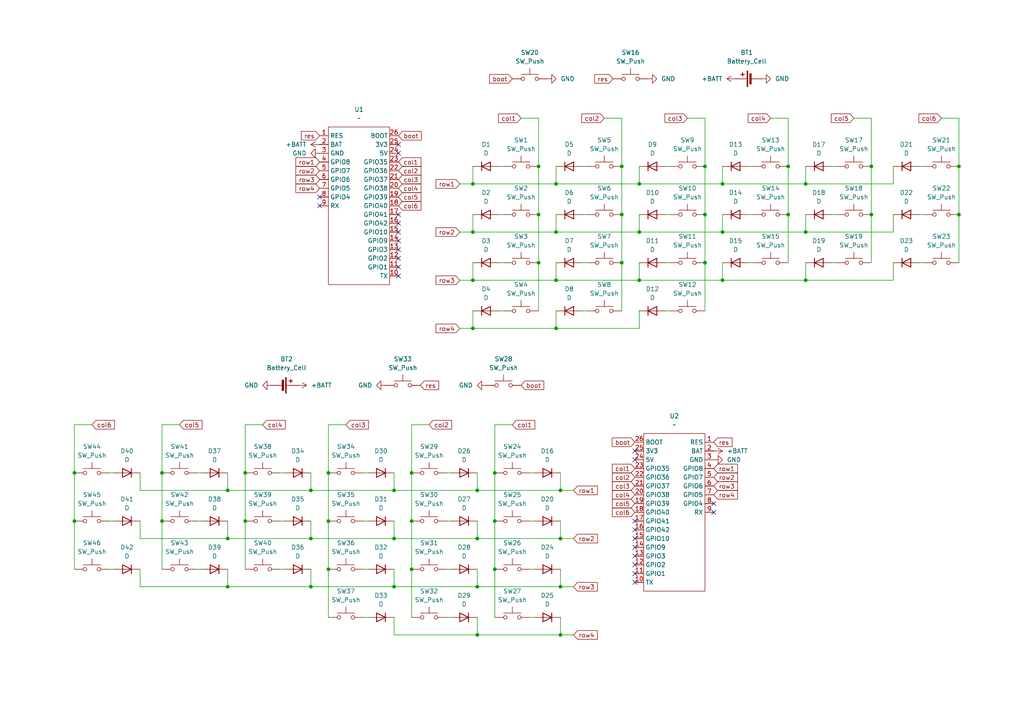
<source format=kicad_sch>
(kicad_sch (version 20250114) (generator "eeschema") (generator_version "9.0")
  (paper "A4")
  (lib_symbols
    (symbol "Device:Battery_Cell" (pin_numbers (hide yes)) (pin_names (offset 0) (hide yes))
      (property "Reference" "BT" (at 2.54 2.54 0))
      (property "Value" "Battery_Cell" (at 2.54 0 0))
      (symbol "Battery_Cell_1_1"
        (pin passive line (at 0 5.08 270) (length 2.54) (name "+") (number "1"))
        (pin passive line (at 0 -2.54 90) (length 2.54) (name "-") (number "2"))
      )
    )
    (symbol "Device:D" (pin_numbers (hide yes)) (pin_names (offset 1.016) (hide yes))
      (property "Reference" "D" (at 0 2.54 0))
      (property "Value" "D" (at 0 -2.54 0))
      (symbol "D_1_1"
        (pin passive line (at -3.81 0 0) (length 2.54) (name "K") (number "1"))
        (pin passive line (at 3.81 0 180) (length 2.54) (name "A") (number "2"))
      )
    )
    (symbol "New_Library:esp32_display_kit"
      (property "Reference" "U" (at 0 0 0))
      (symbol "esp32_display_kit_1_1"
        (pin input line (at -11.43 -2.54 0) (length 2.54) (name "RES") (number "1"))
        (pin input line (at -11.43 -5.08 0) (length 2.54) (name "BAT") (number "2"))
        (pin input line (at -11.43 -7.62 0) (length 2.54) (name "GND") (number "3"))
        (pin input line (at -11.43 -10.16 0) (length 2.54) (name "GPIO8") (number "4"))
        (pin input line (at -11.43 -12.7 0) (length 2.54) (name "GPIO7") (number "5"))
        (pin input line (at -11.43 -15.24 0) (length 2.54) (name "GPIO6") (number "6"))
        (pin input line (at -11.43 -17.78 0) (length 2.54) (name "GPIO5") (number "7"))
        (pin input line (at -11.43 -20.32 0) (length 2.54) (name "GPIO4") (number "8"))
        (pin input line (at -11.43 -22.86 0) (length 2.54) (name "RX") (number "9"))
        (pin input line (at 11.43 -2.54 180) (length 2.54) (name "BOOT") (number "26"))
        (pin input line (at 11.43 -5.08 180) (length 2.54) (name "3V3") (number "25"))
        (pin input line (at 11.43 -7.62 180) (length 2.54) (name "5V") (number "24"))
        (pin input line (at 11.43 -10.16 180) (length 2.54) (name "GPIO35") (number "23"))
        (pin input line (at 11.43 -12.7 180) (length 2.54) (name "GPIO36") (number "22"))
        (pin input line (at 11.43 -15.24 180) (length 2.54) (name "GPIO37") (number "21"))
        (pin input line (at 11.43 -17.78 180) (length 2.54) (name "GPIO38") (number "20"))
        (pin input line (at 11.43 -20.32 180) (length 2.54) (name "GPIO39") (number "19"))
        (pin input line (at 11.43 -22.86 180) (length 2.54) (name "GPIO40") (number "18"))
        (pin input line (at 11.43 -25.4 180) (length 2.54) (name "GPIO41") (number "17"))
        (pin input line (at 11.43 -27.94 180) (length 2.54) (name "GPIO42") (number "16"))
        (pin input line (at 11.43 -30.48 180) (length 2.54) (name "GPIO10") (number "15"))
        (pin input line (at 11.43 -33.02 180) (length 2.54) (name "GPIO9") (number "14"))
        (pin input line (at 11.43 -35.56 180) (length 2.54) (name "GPIO3") (number "13"))
        (pin input line (at 11.43 -38.1 180) (length 2.54) (name "GPIO2") (number "12"))
        (pin input line (at 11.43 -40.64 180) (length 2.54) (name "GPIO1") (number "11"))
        (pin input line (at 11.43 -43.18 180) (length 2.54) (name "TX") (number "10"))
      )
    )
    (symbol "Switch:SW_Push" (pin_numbers (hide yes)) (pin_names (offset 1.016) (hide yes))
      (property "Reference" "SW" (at 1.27 2.54 0))
      (property "Value" "SW_Push" (at 0 -1.524 0))
      (symbol "SW_Push_0_1"
        (pin passive line (at -5.08 0 0) (length 2.54) (name "1") (number "1"))
        (pin passive line (at 5.08 0 180) (length 2.54) (name "2") (number "2"))
      )
    )
    (symbol "power:+BATT" (power) (pin_numbers (hide yes)) (pin_names (offset 0) (hide yes))
      (property "Value" "+BATT" (at 0 3.556 0))
      (symbol "+BATT_1_1"
        (pin power_in line (at 0 0 90) (length 0) (name "~") (number "1"))
      )
    )
    (symbol "power:GND" (power) (pin_numbers (hide yes)) (pin_names (offset 0) (hide yes))
      (property "Value" "GND" (at 0 -3.81 0))
      (symbol "GND_1_1"
        (pin power_in line (at 0 0 270) (length 0) (name "~") (number "1"))
      )
    )
  )
  (junction (at 114.3 156.21))
  (junction (at 185.42 67.31))
  (junction (at 46.99 137.16))
  (junction (at 228.6 62.23))
  (junction (at 162.56 170.18))
  (junction (at 252.73 62.23))
  (junction (at 119.38 137.16))
  (junction (at 204.47 62.23))
  (junction (at 161.29 67.31))
  (junction (at 114.3 170.18))
  (junction (at 161.29 81.28))
  (junction (at 233.68 67.31))
  (junction (at 138.43 156.21))
  (junction (at 138.43 184.15))
  (junction (at 209.55 67.31))
  (junction (at 233.68 53.34))
  (junction (at 66.04 142.24))
  (junction (at 143.51 165.1))
  (junction (at 162.56 142.24))
  (junction (at 119.38 151.13))
  (junction (at 138.43 142.24))
  (junction (at 209.55 53.34))
  (junction (at 156.21 62.23))
  (junction (at 278.13 62.23))
  (junction (at 138.43 170.18))
  (junction (at 143.51 137.16))
  (junction (at 156.21 48.26))
  (junction (at 228.6 48.26))
  (junction (at 137.16 95.25))
  (junction (at 21.59 137.16))
  (junction (at 95.25 165.1))
  (junction (at 233.68 81.28))
  (junction (at 278.13 48.26))
  (junction (at 143.51 151.13))
  (junction (at 156.21 76.2))
  (junction (at 137.16 81.28))
  (junction (at 252.73 48.26))
  (junction (at 71.12 137.16))
  (junction (at 90.17 170.18))
  (junction (at 180.34 62.23))
  (junction (at 204.47 76.2))
  (junction (at 161.29 95.25))
  (junction (at 209.55 81.28))
  (junction (at 185.42 81.28))
  (junction (at 66.04 170.18))
  (junction (at 90.17 142.24))
  (junction (at 161.29 53.34))
  (junction (at 185.42 53.34))
  (junction (at 162.56 184.15))
  (junction (at 137.16 53.34))
  (junction (at 137.16 67.31))
  (junction (at 95.25 151.13))
  (junction (at 46.99 151.13))
  (junction (at 180.34 76.2))
  (junction (at 119.38 165.1))
  (junction (at 180.34 48.26))
  (junction (at 95.25 137.16))
  (junction (at 66.04 156.21))
  (junction (at 162.56 156.21))
  (junction (at 71.12 151.13))
  (junction (at 204.47 48.26))
  (junction (at 114.3 142.24))
  (junction (at 90.17 156.21))
  (junction (at 21.59 151.13))
  (no_connect (at 207.01 146.05))
  (no_connect (at 115.57 41.91))
  (no_connect (at 115.57 64.77))
  (no_connect (at 115.57 62.23))
  (no_connect (at 115.57 72.39))
  (no_connect (at 184.15 163.83))
  (no_connect (at 184.15 151.13))
  (no_connect (at 184.15 168.91))
  (no_connect (at 115.57 74.93))
  (no_connect (at 184.15 156.21))
  (no_connect (at 184.15 130.81))
  (no_connect (at 92.71 57.15))
  (no_connect (at 115.57 77.47))
  (no_connect (at 115.57 80.01))
  (no_connect (at 92.71 59.69))
  (no_connect (at 184.15 153.67))
  (no_connect (at 184.15 133.35))
  (no_connect (at 115.57 69.85))
  (no_connect (at 115.57 44.45))
  (no_connect (at 184.15 158.75))
  (no_connect (at 184.15 166.37))
  (no_connect (at 115.57 67.31))
  (no_connect (at 207.01 148.59))
  (no_connect (at 184.15 161.29))
  (wire (pts (xy 252.73 62.23) (xy 252.73 76.2)))
  (wire (pts (xy 162.56 170.18) (xy 166.37 170.18)))
  (wire (pts (xy 82.55 137.16) (xy 81.28 137.16)))
  (wire (pts (xy 161.29 90.17) (xy 161.29 95.25)))
  (wire (pts (xy 233.68 53.34) (xy 259.08 53.34)))
  (wire (pts (xy 151.13 34.29) (xy 156.21 34.29)))
  (wire (pts (xy 266.7 48.26) (xy 267.97 48.26)))
  (wire (pts (xy 130.81 137.16) (xy 129.54 137.16)))
  (wire (pts (xy 114.3 170.18) (xy 90.17 170.18)))
  (wire (pts (xy 95.25 151.13) (xy 95.25 165.1)))
  (wire (pts (xy 185.42 53.34) (xy 209.55 53.34)))
  (wire (pts (xy 137.16 48.26) (xy 137.16 53.34)))
  (wire (pts (xy 252.73 48.26) (xy 252.73 62.23)))
  (wire (pts (xy 209.55 67.31) (xy 233.68 67.31)))
  (wire (pts (xy 40.64 137.16) (xy 40.64 142.24)))
  (wire (pts (xy 114.3 156.21) (xy 90.17 156.21)))
  (wire (pts (xy 161.29 62.23) (xy 161.29 67.31)))
  (wire (pts (xy 266.7 62.23) (xy 267.97 62.23)))
  (wire (pts (xy 137.16 62.23) (xy 137.16 67.31)))
  (wire (pts (xy 162.56 156.21) (xy 138.43 156.21)))
  (wire (pts (xy 137.16 81.28) (xy 161.29 81.28)))
  (wire (pts (xy 259.08 62.23) (xy 259.08 67.31)))
  (wire (pts (xy 247.65 34.29) (xy 252.73 34.29)))
  (wire (pts (xy 233.68 81.28) (xy 259.08 81.28)))
  (wire (pts (xy 137.16 53.34) (xy 161.29 53.34)))
  (wire (pts (xy 259.08 76.2) (xy 259.08 81.28)))
  (wire (pts (xy 46.99 137.16) (xy 46.99 151.13)))
  (wire (pts (xy 66.04 170.18) (xy 40.64 170.18)))
  (wire (pts (xy 161.29 76.2) (xy 161.29 81.28)))
  (wire (pts (xy 58.42 137.16) (xy 57.15 137.16)))
  (wire (pts (xy 185.42 67.31) (xy 209.55 67.31)))
  (wire (pts (xy 161.29 67.31) (xy 185.42 67.31)))
  (wire (pts (xy 143.51 165.1) (xy 143.51 179.07)))
  (wire (pts (xy 76.2 123.19) (xy 71.12 123.19)))
  (wire (pts (xy 130.81 151.13) (xy 129.54 151.13)))
  (wire (pts (xy 217.17 62.23) (xy 218.44 62.23)))
  (wire (pts (xy 278.13 62.23) (xy 278.13 76.2)))
  (wire (pts (xy 209.55 62.23) (xy 209.55 67.31)))
  (wire (pts (xy 233.68 67.31) (xy 259.08 67.31)))
  (wire (pts (xy 58.42 165.1) (xy 57.15 165.1)))
  (wire (pts (xy 193.04 76.2) (xy 194.31 76.2)))
  (wire (pts (xy 209.55 53.34) (xy 233.68 53.34)))
  (wire (pts (xy 95.25 123.19) (xy 95.25 137.16)))
  (wire (pts (xy 144.78 76.2) (xy 146.05 76.2)))
  (wire (pts (xy 154.94 165.1) (xy 153.67 165.1)))
  (wire (pts (xy 138.43 170.18) (xy 114.3 170.18)))
  (wire (pts (xy 168.91 90.17) (xy 170.18 90.17)))
  (wire (pts (xy 228.6 34.29) (xy 228.6 48.26)))
  (wire (pts (xy 90.17 165.1) (xy 90.17 170.18)))
  (wire (pts (xy 138.43 142.24) (xy 114.3 142.24)))
  (wire (pts (xy 162.56 165.1) (xy 162.56 170.18)))
  (wire (pts (xy 233.68 48.26) (xy 233.68 53.34)))
  (wire (pts (xy 95.25 165.1) (xy 95.25 179.07)))
  (wire (pts (xy 90.17 137.16) (xy 90.17 142.24)))
  (wire (pts (xy 180.34 62.23) (xy 180.34 76.2)))
  (wire (pts (xy 161.29 53.34) (xy 185.42 53.34)))
  (wire (pts (xy 180.34 76.2) (xy 180.34 90.17)))
  (wire (pts (xy 148.59 123.19) (xy 143.51 123.19)))
  (wire (pts (xy 228.6 48.26) (xy 228.6 62.23)))
  (wire (pts (xy 162.56 142.24) (xy 166.37 142.24)))
  (wire (pts (xy 161.29 95.25) (xy 185.42 95.25)))
  (wire (pts (xy 228.6 62.23) (xy 228.6 76.2)))
  (wire (pts (xy 95.25 137.16) (xy 95.25 151.13)))
  (wire (pts (xy 114.3 137.16) (xy 114.3 142.24)))
  (wire (pts (xy 156.21 48.26) (xy 156.21 62.23)))
  (wire (pts (xy 156.21 34.29) (xy 156.21 48.26)))
  (wire (pts (xy 33.02 137.16) (xy 31.75 137.16)))
  (wire (pts (xy 204.47 48.26) (xy 204.47 62.23)))
  (wire (pts (xy 209.55 48.26) (xy 209.55 53.34)))
  (wire (pts (xy 40.64 165.1) (xy 40.64 170.18)))
  (wire (pts (xy 90.17 170.18) (xy 66.04 170.18)))
  (wire (pts (xy 106.68 165.1) (xy 105.41 165.1)))
  (wire (pts (xy 33.02 151.13) (xy 31.75 151.13)))
  (wire (pts (xy 137.16 90.17) (xy 137.16 95.25)))
  (wire (pts (xy 58.42 151.13) (xy 57.15 151.13)))
  (wire (pts (xy 143.51 151.13) (xy 143.51 165.1)))
  (wire (pts (xy 193.04 62.23) (xy 194.31 62.23)))
  (wire (pts (xy 180.34 34.29) (xy 180.34 48.26)))
  (wire (pts (xy 144.78 62.23) (xy 146.05 62.23)))
  (wire (pts (xy 137.16 95.25) (xy 133.35 95.25)))
  (wire (pts (xy 241.3 76.2) (xy 242.57 76.2)))
  (wire (pts (xy 114.3 165.1) (xy 114.3 170.18)))
  (wire (pts (xy 156.21 76.2) (xy 156.21 90.17)))
  (wire (pts (xy 119.38 151.13) (xy 119.38 165.1)))
  (wire (pts (xy 71.12 123.19) (xy 71.12 137.16)))
  (wire (pts (xy 223.52 34.29) (xy 228.6 34.29)))
  (wire (pts (xy 168.91 48.26) (xy 170.18 48.26)))
  (wire (pts (xy 71.12 151.13) (xy 71.12 165.1)))
  (wire (pts (xy 40.64 151.13) (xy 40.64 156.21)))
  (wire (pts (xy 168.91 76.2) (xy 170.18 76.2)))
  (wire (pts (xy 130.81 179.07) (xy 129.54 179.07)))
  (wire (pts (xy 161.29 81.28) (xy 185.42 81.28)))
  (wire (pts (xy 252.73 34.29) (xy 252.73 48.26)))
  (wire (pts (xy 185.42 81.28) (xy 209.55 81.28)))
  (wire (pts (xy 156.21 62.23) (xy 156.21 76.2)))
  (wire (pts (xy 233.68 62.23) (xy 233.68 67.31)))
  (wire (pts (xy 138.43 151.13) (xy 138.43 156.21)))
  (wire (pts (xy 193.04 48.26) (xy 194.31 48.26)))
  (wire (pts (xy 193.04 90.17) (xy 194.31 90.17)))
  (wire (pts (xy 46.99 123.19) (xy 46.99 137.16)))
  (wire (pts (xy 162.56 170.18) (xy 138.43 170.18)))
  (wire (pts (xy 162.56 184.15) (xy 138.43 184.15)))
  (wire (pts (xy 144.78 48.26) (xy 146.05 48.26)))
  (wire (pts (xy 180.34 48.26) (xy 180.34 62.23)))
  (wire (pts (xy 90.17 142.24) (xy 66.04 142.24)))
  (wire (pts (xy 66.04 165.1) (xy 66.04 170.18)))
  (wire (pts (xy 138.43 137.16) (xy 138.43 142.24)))
  (wire (pts (xy 233.68 76.2) (xy 233.68 81.28)))
  (wire (pts (xy 273.05 34.29) (xy 278.13 34.29)))
  (wire (pts (xy 137.16 67.31) (xy 161.29 67.31)))
  (wire (pts (xy 138.43 165.1) (xy 138.43 170.18)))
  (wire (pts (xy 33.02 165.1) (xy 31.75 165.1)))
  (wire (pts (xy 21.59 151.13) (xy 21.59 165.1)))
  (wire (pts (xy 217.17 76.2) (xy 218.44 76.2)))
  (wire (pts (xy 185.42 48.26) (xy 185.42 53.34)))
  (wire (pts (xy 82.55 165.1) (xy 81.28 165.1)))
  (wire (pts (xy 119.38 137.16) (xy 119.38 151.13)))
  (wire (pts (xy 154.94 179.07) (xy 153.67 179.07)))
  (wire (pts (xy 162.56 156.21) (xy 166.37 156.21)))
  (wire (pts (xy 154.94 137.16) (xy 153.67 137.16)))
  (wire (pts (xy 217.17 48.26) (xy 218.44 48.26)))
  (wire (pts (xy 144.78 90.17) (xy 146.05 90.17)))
  (wire (pts (xy 26.67 123.19) (xy 21.59 123.19)))
  (wire (pts (xy 21.59 123.19) (xy 21.59 137.16)))
  (wire (pts (xy 137.16 53.34) (xy 133.35 53.34)))
  (wire (pts (xy 209.55 81.28) (xy 233.68 81.28)))
  (wire (pts (xy 209.55 76.2) (xy 209.55 81.28)))
  (wire (pts (xy 114.3 179.07) (xy 114.3 184.15)))
  (wire (pts (xy 204.47 76.2) (xy 204.47 90.17)))
  (wire (pts (xy 185.42 76.2) (xy 185.42 81.28)))
  (wire (pts (xy 114.3 142.24) (xy 90.17 142.24)))
  (wire (pts (xy 137.16 95.25) (xy 161.29 95.25)))
  (wire (pts (xy 241.3 48.26) (xy 242.57 48.26)))
  (wire (pts (xy 259.08 48.26) (xy 259.08 53.34)))
  (wire (pts (xy 66.04 142.24) (xy 40.64 142.24)))
  (wire (pts (xy 137.16 67.31) (xy 133.35 67.31)))
  (wire (pts (xy 90.17 151.13) (xy 90.17 156.21)))
  (wire (pts (xy 66.04 156.21) (xy 40.64 156.21)))
  (wire (pts (xy 82.55 151.13) (xy 81.28 151.13)))
  (wire (pts (xy 137.16 81.28) (xy 133.35 81.28)))
  (wire (pts (xy 119.38 123.19) (xy 119.38 137.16)))
  (wire (pts (xy 175.26 34.29) (xy 180.34 34.29)))
  (wire (pts (xy 138.43 179.07) (xy 138.43 184.15)))
  (wire (pts (xy 106.68 151.13) (xy 105.41 151.13)))
  (wire (pts (xy 71.12 137.16) (xy 71.12 151.13)))
  (wire (pts (xy 278.13 48.26) (xy 278.13 62.23)))
  (wire (pts (xy 138.43 156.21) (xy 114.3 156.21)))
  (wire (pts (xy 124.46 123.19) (xy 119.38 123.19)))
  (wire (pts (xy 162.56 179.07) (xy 162.56 184.15)))
  (wire (pts (xy 52.07 123.19) (xy 46.99 123.19)))
  (wire (pts (xy 114.3 151.13) (xy 114.3 156.21)))
  (wire (pts (xy 137.16 76.2) (xy 137.16 81.28)))
  (wire (pts (xy 21.59 137.16) (xy 21.59 151.13)))
  (wire (pts (xy 106.68 179.07) (xy 105.41 179.07)))
  (wire (pts (xy 106.68 137.16) (xy 105.41 137.16)))
  (wire (pts (xy 130.81 165.1) (xy 129.54 165.1)))
  (wire (pts (xy 162.56 151.13) (xy 162.56 156.21)))
  (wire (pts (xy 119.38 165.1) (xy 119.38 179.07)))
  (wire (pts (xy 66.04 137.16) (xy 66.04 142.24)))
  (wire (pts (xy 162.56 184.15) (xy 166.37 184.15)))
  (wire (pts (xy 100.33 123.19) (xy 95.25 123.19)))
  (wire (pts (xy 168.91 62.23) (xy 170.18 62.23)))
  (wire (pts (xy 154.94 151.13) (xy 153.67 151.13)))
  (wire (pts (xy 185.42 90.17) (xy 185.42 95.25)))
  (wire (pts (xy 241.3 62.23) (xy 242.57 62.23)))
  (wire (pts (xy 199.39 34.29) (xy 204.47 34.29)))
  (wire (pts (xy 204.47 34.29) (xy 204.47 48.26)))
  (wire (pts (xy 161.29 48.26) (xy 161.29 53.34)))
  (wire (pts (xy 90.17 156.21) (xy 66.04 156.21)))
  (wire (pts (xy 266.7 76.2) (xy 267.97 76.2)))
  (wire (pts (xy 138.43 184.15) (xy 114.3 184.15)))
  (wire (pts (xy 278.13 34.29) (xy 278.13 48.26)))
  (wire (pts (xy 143.51 137.16) (xy 143.51 151.13)))
  (wire (pts (xy 185.42 62.23) (xy 185.42 67.31)))
  (wire (pts (xy 204.47 62.23) (xy 204.47 76.2)))
  (wire (pts (xy 46.99 151.13) (xy 46.99 165.1)))
  (wire (pts (xy 162.56 142.24) (xy 138.43 142.24)))
  (wire (pts (xy 143.51 123.19) (xy 143.51 137.16)))
  (wire (pts (xy 66.04 151.13) (xy 66.04 156.21)))
  (wire (pts (xy 162.56 137.16) (xy 162.56 142.24)))
  (global_label "col1" (shape input) (at 148.59 123.19 0) (property "Intersheetrefs" "${INTERSHEET_REFS}" (effects (hide yes))))
  (global_label "row3" (shape input) (at 92.71 52.07 180) (property "Intersheetrefs" "${INTERSHEET_REFS}" (effects (hide yes))))
  (global_label "row2" (shape input) (at 207.01 138.43 0) (property "Intersheetrefs" "${INTERSHEET_REFS}" (effects (hide yes))))
  (global_label "col6" (shape input) (at 184.15 148.59 180) (property "Intersheetrefs" "${INTERSHEET_REFS}" (effects (hide yes))))
  (global_label "col6" (shape input) (at 26.67 123.19 0) (property "Intersheetrefs" "${INTERSHEET_REFS}" (effects (hide yes))))
  (global_label "row1" (shape input) (at 133.35 53.34 180) (property "Intersheetrefs" "${INTERSHEET_REFS}" (effects (hide yes))))
  (global_label "col5" (shape input) (at 52.07 123.19 0) (property "Intersheetrefs" "${INTERSHEET_REFS}" (effects (hide yes))))
  (global_label "res" (shape input) (at 207.01 128.27 0) (property "Intersheetrefs" "${INTERSHEET_REFS}" (effects (hide yes))))
  (global_label "res" (shape input) (at 121.92 111.76 0) (property "Intersheetrefs" "${INTERSHEET_REFS}" (effects (hide yes))))
  (global_label "boot" (shape input) (at 148.59 22.86 180) (property "Intersheetrefs" "${INTERSHEET_REFS}" (effects (hide yes))))
  (global_label "row2" (shape input) (at 166.37 156.21 0) (property "Intersheetrefs" "${INTERSHEET_REFS}" (effects (hide yes))))
  (global_label "col3" (shape input) (at 115.57 52.07 0) (property "Intersheetrefs" "${INTERSHEET_REFS}" (effects (hide yes))))
  (global_label "col1" (shape input) (at 115.57 46.99 0) (property "Intersheetrefs" "${INTERSHEET_REFS}" (effects (hide yes))))
  (global_label "boot" (shape input) (at 115.57 39.37 0) (property "Intersheetrefs" "${INTERSHEET_REFS}" (effects (hide yes))))
  (global_label "col1" (shape input) (at 151.13 34.29 180) (property "Intersheetrefs" "${INTERSHEET_REFS}" (effects (hide yes))))
  (global_label "col2" (shape input) (at 175.26 34.29 180) (property "Intersheetrefs" "${INTERSHEET_REFS}" (effects (hide yes))))
  (global_label "row3" (shape input) (at 207.01 140.97 0) (property "Intersheetrefs" "${INTERSHEET_REFS}" (effects (hide yes))))
  (global_label "col6" (shape input) (at 273.05 34.29 180) (property "Intersheetrefs" "${INTERSHEET_REFS}" (effects (hide yes))))
  (global_label "row2" (shape input) (at 133.35 67.31 180) (property "Intersheetrefs" "${INTERSHEET_REFS}" (effects (hide yes))))
  (global_label "row1" (shape input) (at 207.01 135.89 0) (property "Intersheetrefs" "${INTERSHEET_REFS}" (effects (hide yes))))
  (global_label "row3" (shape input) (at 166.37 170.18 0) (property "Intersheetrefs" "${INTERSHEET_REFS}" (effects (hide yes))))
  (global_label "col3" (shape input) (at 199.39 34.29 180) (property "Intersheetrefs" "${INTERSHEET_REFS}" (effects (hide yes))))
  (global_label "col1" (shape input) (at 184.15 135.89 180) (property "Intersheetrefs" "${INTERSHEET_REFS}" (effects (hide yes))))
  (global_label "col5" (shape input) (at 247.65 34.29 180) (property "Intersheetrefs" "${INTERSHEET_REFS}" (effects (hide yes))))
  (global_label "row3" (shape input) (at 133.35 81.28 180) (property "Intersheetrefs" "${INTERSHEET_REFS}" (effects (hide yes))))
  (global_label "col4" (shape input) (at 115.57 54.61 0) (property "Intersheetrefs" "${INTERSHEET_REFS}" (effects (hide yes))))
  (global_label "col3" (shape input) (at 184.15 140.97 180) (property "Intersheetrefs" "${INTERSHEET_REFS}" (effects (hide yes))))
  (global_label "col6" (shape input) (at 115.57 59.69 0) (property "Intersheetrefs" "${INTERSHEET_REFS}" (effects (hide yes))))
  (global_label "row1" (shape input) (at 92.71 46.99 180) (property "Intersheetrefs" "${INTERSHEET_REFS}" (effects (hide yes))))
  (global_label "row4" (shape input) (at 207.01 143.51 0) (property "Intersheetrefs" "${INTERSHEET_REFS}" (effects (hide yes))))
  (global_label "col4" (shape input) (at 223.52 34.29 180) (property "Intersheetrefs" "${INTERSHEET_REFS}" (effects (hide yes))))
  (global_label "row1" (shape input) (at 166.37 142.24 0) (property "Intersheetrefs" "${INTERSHEET_REFS}" (effects (hide yes))))
  (global_label "col2" (shape input) (at 115.57 49.53 0) (property "Intersheetrefs" "${INTERSHEET_REFS}" (effects (hide yes))))
  (global_label "boot" (shape input) (at 151.13 111.76 0) (property "Intersheetrefs" "${INTERSHEET_REFS}" (effects (hide yes))))
  (global_label "col2" (shape input) (at 184.15 138.43 180) (property "Intersheetrefs" "${INTERSHEET_REFS}" (effects (hide yes))))
  (global_label "col2" (shape input) (at 124.46 123.19 0) (property "Intersheetrefs" "${INTERSHEET_REFS}" (effects (hide yes))))
  (global_label "row4" (shape input) (at 133.35 95.25 180) (property "Intersheetrefs" "${INTERSHEET_REFS}" (effects (hide yes))))
  (global_label "boot" (shape input) (at 184.15 128.27 180) (property "Intersheetrefs" "${INTERSHEET_REFS}" (effects (hide yes))))
  (global_label "col3" (shape input) (at 100.33 123.19 0) (property "Intersheetrefs" "${INTERSHEET_REFS}" (effects (hide yes))))
  (global_label "res" (shape input) (at 177.8 22.86 180) (property "Intersheetrefs" "${INTERSHEET_REFS}" (effects (hide yes))))
  (global_label "row4" (shape input) (at 166.37 184.15 0) (property "Intersheetrefs" "${INTERSHEET_REFS}" (effects (hide yes))))
  (global_label "col5" (shape input) (at 184.15 146.05 180) (property "Intersheetrefs" "${INTERSHEET_REFS}" (effects (hide yes))))
  (global_label "row2" (shape input) (at 92.71 49.53 180) (property "Intersheetrefs" "${INTERSHEET_REFS}" (effects (hide yes))))
  (global_label "col5" (shape input) (at 115.57 57.15 0) (property "Intersheetrefs" "${INTERSHEET_REFS}" (effects (hide yes))))
  (global_label "res" (shape input) (at 92.71 39.37 180) (property "Intersheetrefs" "${INTERSHEET_REFS}" (effects (hide yes))))
  (global_label "col4" (shape input) (at 76.2 123.19 0) (property "Intersheetrefs" "${INTERSHEET_REFS}" (effects (hide yes))))
  (global_label "col4" (shape input) (at 184.15 143.51 180) (property "Intersheetrefs" "${INTERSHEET_REFS}" (effects (hide yes))))
  (global_label "row4" (shape input) (at 92.71 54.61 180) (property "Intersheetrefs" "${INTERSHEET_REFS}" (effects (hide yes))))
  (symbol (lib_id "Device:D") (at 213.36 62.23 0) (unit 1)
    (property "Reference" "D14" (at 213.36 55.88 0))
    (property "Value" "D" (at 213.36 58.42 0))
    (property "Footprint" "Diode_SMD:D_SOD-123" (effects (hide yes)))
    (property "Description" "Diode" (effects (hide yes)))
    (property "Sim.Device" "D" (effects (hide yes)))
    (property "Sim.Pins" "1=K 2=A" (effects (hide yes)))
  )
  (symbol (lib_id "Device:D") (at 213.36 76.2 0) (unit 1)
    (property "Reference" "D15" (at 213.36 69.85 0))
    (property "Value" "D" (at 213.36 72.39 0))
    (property "Footprint" "Diode_SMD:D_SOD-123" (effects (hide yes)))
    (property "Description" "Diode" (effects (hide yes)))
    (property "Sim.Device" "D" (effects (hide yes)))
    (property "Sim.Pins" "1=K 2=A" (effects (hide yes)))
  )
  (symbol (lib_id "Device:D") (at 189.23 48.26 0) (unit 1)
    (property "Reference" "D9" (at 189.23 41.91 0))
    (property "Value" "D" (at 189.23 44.45 0))
    (property "Footprint" "Diode_SMD:D_SOD-123" (effects (hide yes)))
    (property "Description" "Diode" (effects (hide yes)))
    (property "Sim.Device" "D" (effects (hide yes)))
    (property "Sim.Pins" "1=K 2=A" (effects (hide yes)))
  )
  (symbol (lib_id "Switch:SW_Push") (at 148.59 165.1 0) (mirror y) (unit 1)
    (property "Reference" "SW26" (at 148.59 157.48 0))
    (property "Value" "SW_Push" (at 148.59 160.02 0))
    (property "Footprint" "Library:Kailh_socket_PG1350" (effects (hide yes)))
    (property "Description" "Push button switch, generic, two pins" (effects (hide yes)))
  )
  (symbol (lib_id "Switch:SW_Push") (at 247.65 48.26 0) (unit 1)
    (property "Reference" "SW17" (at 247.65 40.64 0))
    (property "Value" "SW_Push" (at 247.65 43.18 0))
    (property "Footprint" "Library:Kailh_socket_PG1350" (effects (hide yes)))
    (property "Description" "Push button switch, generic, two pins" (effects (hide yes)))
  )
  (symbol (lib_id "New_Library:esp32_display_kit") (at 195.58 125.73 0) (mirror y) (unit 1)
    (property "Reference" "U2" (at 195.58 120.65 0))
    (property "Value" "~" (at 195.58 123.19 0))
    (property "Footprint" "Library:esp32_displaykit_s3" (effects (hide yes)))
  )
  (symbol (lib_id "Switch:SW_Push") (at 273.05 62.23 0) (unit 1)
    (property "Reference" "SW22" (at 273.05 54.61 0))
    (property "Value" "SW_Push" (at 273.05 57.15 0))
    (property "Footprint" "Library:Kailh_socket_PG1350" (effects (hide yes)))
    (property "Description" "Push button switch, generic, two pins" (effects (hide yes)))
  )
  (symbol (lib_id "Switch:SW_Push") (at 52.07 137.16 0) (mirror y) (unit 1)
    (property "Reference" "SW41" (at 52.07 129.54 0))
    (property "Value" "SW_Push" (at 52.07 132.08 0))
    (property "Footprint" "Library:Kailh_socket_PG1350" (effects (hide yes)))
    (property "Description" "Push button switch, generic, two pins" (effects (hide yes)))
  )
  (symbol (lib_id "Device:D") (at 36.83 151.13 0) (mirror y) (unit 1)
    (property "Reference" "D41" (at 36.83 144.78 0))
    (property "Value" "D" (at 36.83 147.32 0))
    (property "Footprint" "Diode_SMD:D_SOD-123" (effects (hide yes)))
    (property "Description" "Diode" (effects (hide yes)))
    (property "Sim.Device" "D" (effects (hide yes)))
    (property "Sim.Pins" "1=K 2=A" (effects (hide yes)))
  )
  (symbol (lib_id "Device:D") (at 262.89 62.23 0) (unit 1)
    (property "Reference" "D22" (at 262.89 55.88 0))
    (property "Value" "D" (at 262.89 58.42 0))
    (property "Footprint" "Diode_SMD:D_SOD-123" (effects (hide yes)))
    (property "Description" "Diode" (effects (hide yes)))
    (property "Sim.Device" "D" (effects (hide yes)))
    (property "Sim.Pins" "1=K 2=A" (effects (hide yes)))
  )
  (symbol (lib_id "power:+BATT") (at 86.36 111.76 270) (mirror x) (unit 1)
    (property "Reference" "#PWR011" (effects (hide yes)))
    (property "Value" "+BATT" (at 90.17 111.7599 90) (effects (justify left)))
    (property "Description" "Power symbol creates a global label with name \"+BATT\"" (effects (hide yes)))
  )
  (symbol (lib_id "Device:D") (at 165.1 62.23 0) (unit 1)
    (property "Reference" "D6" (at 165.1 55.88 0))
    (property "Value" "D" (at 165.1 58.42 0))
    (property "Footprint" "Diode_SMD:D_SOD-123" (effects (hide yes)))
    (property "Description" "Diode" (effects (hide yes)))
    (property "Sim.Device" "D" (effects (hide yes)))
    (property "Sim.Pins" "1=K 2=A" (effects (hide yes)))
  )
  (symbol (lib_id "Device:D") (at 86.36 165.1 0) (mirror y) (unit 1)
    (property "Reference" "D36" (at 86.36 158.75 0))
    (property "Value" "D" (at 86.36 161.29 0))
    (property "Footprint" "Diode_SMD:D_SOD-123" (effects (hide yes)))
    (property "Description" "Diode" (effects (hide yes)))
    (property "Sim.Device" "D" (effects (hide yes)))
    (property "Sim.Pins" "1=K 2=A" (effects (hide yes)))
  )
  (symbol (lib_id "power:GND") (at 220.98 22.86 90) (unit 1)
    (property "Reference" "#PWR01" (effects (hide yes)))
    (property "Value" "GND" (at 224.79 22.8599 90) (effects (justify right)))
    (property "Description" "Power symbol creates a global label with name \"GND\" , ground" (effects (hide yes)))
  )
  (symbol (lib_id "Switch:SW_Push") (at 151.13 76.2 0) (unit 1)
    (property "Reference" "SW3" (at 151.13 68.58 0))
    (property "Value" "SW_Push" (at 151.13 71.12 0))
    (property "Footprint" "Library:Kailh_socket_PG1350" (effects (hide yes)))
    (property "Description" "Push button switch, generic, two pins" (effects (hide yes)))
  )
  (symbol (lib_id "Device:D") (at 237.49 62.23 0) (unit 1)
    (property "Reference" "D18" (at 237.49 55.88 0))
    (property "Value" "D" (at 237.49 58.42 0))
    (property "Footprint" "Diode_SMD:D_SOD-123" (effects (hide yes)))
    (property "Description" "Diode" (effects (hide yes)))
    (property "Sim.Device" "D" (effects (hide yes)))
    (property "Sim.Pins" "1=K 2=A" (effects (hide yes)))
  )
  (symbol (lib_id "Device:D") (at 110.49 151.13 0) (mirror y) (unit 1)
    (property "Reference" "D31" (at 110.49 144.78 0))
    (property "Value" "D" (at 110.49 147.32 0))
    (property "Footprint" "Diode_SMD:D_SOD-123" (effects (hide yes)))
    (property "Description" "Diode" (effects (hide yes)))
    (property "Sim.Device" "D" (effects (hide yes)))
    (property "Sim.Pins" "1=K 2=A" (effects (hide yes)))
  )
  (symbol (lib_id "Switch:SW_Push") (at 124.46 179.07 0) (mirror y) (unit 1)
    (property "Reference" "SW32" (at 124.46 171.45 0))
    (property "Value" "SW_Push" (at 124.46 173.99 0))
    (property "Footprint" "Library:Kailh_socket_PG1350" (effects (hide yes)))
    (property "Description" "Push button switch, generic, two pins" (effects (hide yes)))
  )
  (symbol (lib_id "Switch:SW_Push") (at 153.67 22.86 0) (unit 1)
    (property "Reference" "SW20" (at 153.67 15.24 0))
    (property "Value" "SW_Push" (at 153.67 17.78 0))
    (property "Footprint" "Button_Switch_THT:SW_PUSH_1P1T_6x3.5mm_H4.3_APEM_MJTP1243" (effects (hide yes)))
    (property "Description" "Push button switch, generic, two pins" (effects (hide yes)))
  )
  (symbol (lib_id "Switch:SW_Push") (at 273.05 48.26 0) (unit 1)
    (property "Reference" "SW21" (at 273.05 40.64 0))
    (property "Value" "SW_Push" (at 273.05 43.18 0))
    (property "Footprint" "Library:Kailh_socket_PG1350" (effects (hide yes)))
    (property "Description" "Push button switch, generic, two pins" (effects (hide yes)))
  )
  (symbol (lib_id "Switch:SW_Push") (at 151.13 90.17 0) (unit 1)
    (property "Reference" "SW4" (at 151.13 82.55 0))
    (property "Value" "SW_Push" (at 151.13 85.09 0))
    (property "Footprint" "Library:Kailh_socket_PG1350" (effects (hide yes)))
    (property "Description" "Push button switch, generic, two pins" (effects (hide yes)))
  )
  (symbol (lib_id "Device:D") (at 158.75 137.16 0) (mirror y) (unit 1)
    (property "Reference" "D16" (at 158.75 130.81 0))
    (property "Value" "D" (at 158.75 133.35 0))
    (property "Footprint" "Diode_SMD:D_SOD-123" (effects (hide yes)))
    (property "Description" "Diode" (effects (hide yes)))
    (property "Sim.Device" "D" (effects (hide yes)))
    (property "Sim.Pins" "1=K 2=A" (effects (hide yes)))
  )
  (symbol (lib_id "Switch:SW_Push") (at 26.67 165.1 0) (mirror y) (unit 1)
    (property "Reference" "SW46" (at 26.67 157.48 0))
    (property "Value" "SW_Push" (at 26.67 160.02 0))
    (property "Footprint" "Library:Kailh_socket_PG1350" (effects (hide yes)))
    (property "Description" "Push button switch, generic, two pins" (effects (hide yes)))
  )
  (symbol (lib_id "Switch:SW_Push") (at 175.26 48.26 0) (unit 1)
    (property "Reference" "SW5" (at 175.26 40.64 0))
    (property "Value" "SW_Push" (at 175.26 43.18 0))
    (property "Footprint" "Library:Kailh_socket_PG1350" (effects (hide yes)))
    (property "Description" "Push button switch, generic, two pins" (effects (hide yes)))
  )
  (symbol (lib_id "Device:D") (at 158.75 179.07 0) (mirror y) (unit 1)
    (property "Reference" "D25" (at 158.75 172.72 0))
    (property "Value" "D" (at 158.75 175.26 0))
    (property "Footprint" "Diode_SMD:D_SOD-123" (effects (hide yes)))
    (property "Description" "Diode" (effects (hide yes)))
    (property "Sim.Device" "D" (effects (hide yes)))
    (property "Sim.Pins" "1=K 2=A" (effects (hide yes)))
  )
  (symbol (lib_id "Switch:SW_Push") (at 199.39 76.2 0) (unit 1)
    (property "Reference" "SW11" (at 199.39 68.58 0))
    (property "Value" "SW_Push" (at 199.39 71.12 0))
    (property "Footprint" "Library:Kailh_socket_PG1350" (effects (hide yes)))
    (property "Description" "Push button switch, generic, two pins" (effects (hide yes)))
  )
  (symbol (lib_id "Device:Battery_Cell") (at 218.44 22.86 90) (unit 1)
    (property "Reference" "BT1" (at 216.5985 15.24 90))
    (property "Value" "Battery_Cell" (at 216.5985 17.78 90))
    (property "Footprint" "Connector_AMASS:AMASS_XT30U-M_1x02_P5.0mm_Vertical" (effects (hide yes)))
    (property "Description" "Single-cell battery" (effects (hide yes)))
  )
  (symbol (lib_id "power:+BATT") (at 92.71 41.91 90) (unit 1)
    (property "Reference" "#PWR03" (effects (hide yes)))
    (property "Value" "+BATT" (at 88.9 41.9099 90) (effects (justify left)))
    (property "Description" "Power symbol creates a global label with name \"+BATT\"" (effects (hide yes)))
  )
  (symbol (lib_id "Switch:SW_Push") (at 223.52 48.26 0) (unit 1)
    (property "Reference" "SW13" (at 223.52 40.64 0))
    (property "Value" "SW_Push" (at 223.52 43.18 0))
    (property "Footprint" "Library:Kailh_socket_PG1350" (effects (hide yes)))
    (property "Description" "Push button switch, generic, two pins" (effects (hide yes)))
  )
  (symbol (lib_id "Switch:SW_Push") (at 76.2 151.13 0) (mirror y) (unit 1)
    (property "Reference" "SW39" (at 76.2 143.51 0))
    (property "Value" "SW_Push" (at 76.2 146.05 0))
    (property "Footprint" "Library:Kailh_socket_PG1350" (effects (hide yes)))
    (property "Description" "Push button switch, generic, two pins" (effects (hide yes)))
  )
  (symbol (lib_id "Device:D") (at 62.23 165.1 0) (mirror y) (unit 1)
    (property "Reference" "D39" (at 62.23 158.75 0))
    (property "Value" "D" (at 62.23 161.29 0))
    (property "Footprint" "Diode_SMD:D_SOD-123" (effects (hide yes)))
    (property "Description" "Diode" (effects (hide yes)))
    (property "Sim.Device" "D" (effects (hide yes)))
    (property "Sim.Pins" "1=K 2=A" (effects (hide yes)))
  )
  (symbol (lib_id "Switch:SW_Push") (at 26.67 151.13 0) (mirror y) (unit 1)
    (property "Reference" "SW45" (at 26.67 143.51 0))
    (property "Value" "SW_Push" (at 26.67 146.05 0))
    (property "Footprint" "Library:Kailh_socket_PG1350" (effects (hide yes)))
    (property "Description" "Push button switch, generic, two pins" (effects (hide yes)))
  )
  (symbol (lib_id "power:+BATT") (at 207.01 130.81 270) (mirror x) (unit 1)
    (property "Reference" "#PWR07" (effects (hide yes)))
    (property "Value" "+BATT" (at 210.82 130.8099 90) (effects (justify left)))
    (property "Description" "Power symbol creates a global label with name \"+BATT\"" (effects (hide yes)))
  )
  (symbol (lib_id "Switch:SW_Push") (at 175.26 62.23 0) (unit 1)
    (property "Reference" "SW6" (at 175.26 54.61 0))
    (property "Value" "SW_Push" (at 175.26 57.15 0))
    (property "Footprint" "Library:Kailh_socket_PG1350" (effects (hide yes)))
    (property "Description" "Push button switch, generic, two pins" (effects (hide yes)))
  )
  (symbol (lib_id "Switch:SW_Push") (at 199.39 62.23 0) (unit 1)
    (property "Reference" "SW10" (at 199.39 54.61 0))
    (property "Value" "SW_Push" (at 199.39 57.15 0))
    (property "Footprint" "Library:Kailh_socket_PG1350" (effects (hide yes)))
    (property "Description" "Push button switch, generic, two pins" (effects (hide yes)))
  )
  (symbol (lib_id "Switch:SW_Push") (at 100.33 137.16 0) (mirror y) (unit 1)
    (property "Reference" "SW34" (at 100.33 129.54 0))
    (property "Value" "SW_Push" (at 100.33 132.08 0))
    (property "Footprint" "Library:Kailh_socket_PG1350" (effects (hide yes)))
    (property "Description" "Push button switch, generic, two pins" (effects (hide yes)))
  )
  (symbol (lib_id "Device:D") (at 36.83 137.16 0) (mirror y) (unit 1)
    (property "Reference" "D40" (at 36.83 130.81 0))
    (property "Value" "D" (at 36.83 133.35 0))
    (property "Footprint" "Diode_SMD:D_SOD-123" (effects (hide yes)))
    (property "Description" "Diode" (effects (hide yes)))
    (property "Sim.Device" "D" (effects (hide yes)))
    (property "Sim.Pins" "1=K 2=A" (effects (hide yes)))
  )
  (symbol (lib_id "Switch:SW_Push") (at 175.26 90.17 0) (unit 1)
    (property "Reference" "SW8" (at 175.26 82.55 0))
    (property "Value" "SW_Push" (at 175.26 85.09 0))
    (property "Footprint" "Library:Kailh_socket_PG1350" (effects (hide yes)))
    (property "Description" "Push button switch, generic, two pins" (effects (hide yes)))
  )
  (symbol (lib_id "Switch:SW_Push") (at 148.59 137.16 0) (mirror y) (unit 1)
    (property "Reference" "SW24" (at 148.59 129.54 0))
    (property "Value" "SW_Push" (at 148.59 132.08 0))
    (property "Footprint" "Library:Kailh_socket_PG1350" (effects (hide yes)))
    (property "Description" "Push button switch, generic, two pins" (effects (hide yes)))
  )
  (symbol (lib_id "Device:D") (at 86.36 151.13 0) (mirror y) (unit 1)
    (property "Reference" "D35" (at 86.36 144.78 0))
    (property "Value" "D" (at 86.36 147.32 0))
    (property "Footprint" "Diode_SMD:D_SOD-123" (effects (hide yes)))
    (property "Description" "Diode" (effects (hide yes)))
    (property "Sim.Device" "D" (effects (hide yes)))
    (property "Sim.Pins" "1=K 2=A" (effects (hide yes)))
  )
  (symbol (lib_id "Device:D") (at 262.89 76.2 0) (unit 1)
    (property "Reference" "D23" (at 262.89 69.85 0))
    (property "Value" "D" (at 262.89 72.39 0))
    (property "Footprint" "Diode_SMD:D_SOD-123" (effects (hide yes)))
    (property "Description" "Diode" (effects (hide yes)))
    (property "Sim.Device" "D" (effects (hide yes)))
    (property "Sim.Pins" "1=K 2=A" (effects (hide yes)))
  )
  (symbol (lib_id "Device:D") (at 189.23 76.2 0) (unit 1)
    (property "Reference" "D11" (at 189.23 69.85 0))
    (property "Value" "D" (at 189.23 72.39 0))
    (property "Footprint" "Diode_SMD:D_SOD-123" (effects (hide yes)))
    (property "Description" "Diode" (effects (hide yes)))
    (property "Sim.Device" "D" (effects (hide yes)))
    (property "Sim.Pins" "1=K 2=A" (effects (hide yes)))
  )
  (symbol (lib_id "Switch:SW_Push") (at 100.33 165.1 0) (mirror y) (unit 1)
    (property "Reference" "SW36" (at 100.33 157.48 0))
    (property "Value" "SW_Push" (at 100.33 160.02 0))
    (property "Footprint" "Library:Kailh_socket_PG1350" (effects (hide yes)))
    (property "Description" "Push button switch, generic, two pins" (effects (hide yes)))
  )
  (symbol (lib_id "Switch:SW_Push") (at 146.05 111.76 0) (mirror y) (unit 1)
    (property "Reference" "SW28" (at 146.05 104.14 0))
    (property "Value" "SW_Push" (at 146.05 106.68 0))
    (property "Footprint" "Button_Switch_THT:SW_PUSH_1P1T_6x3.5mm_H4.3_APEM_MJTP1243" (effects (hide yes)))
    (property "Description" "Push button switch, generic, two pins" (effects (hide yes)))
  )
  (symbol (lib_id "Switch:SW_Push") (at 151.13 62.23 0) (unit 1)
    (property "Reference" "SW2" (at 151.13 54.61 0))
    (property "Value" "SW_Push" (at 151.13 57.15 0))
    (property "Footprint" "Library:Kailh_socket_PG1350" (effects (hide yes)))
    (property "Description" "Push button switch, generic, two pins" (effects (hide yes)))
  )
  (symbol (lib_id "Device:D") (at 140.97 48.26 0) (unit 1)
    (property "Reference" "D1" (at 140.97 41.91 0))
    (property "Value" "D" (at 140.97 44.45 0))
    (property "Footprint" "Diode_SMD:D_SOD-123" (effects (hide yes)))
    (property "Description" "Diode" (effects (hide yes)))
    (property "Sim.Device" "D" (effects (hide yes)))
    (property "Sim.Pins" "1=K 2=A" (effects (hide yes)))
  )
  (symbol (lib_id "Device:D") (at 165.1 76.2 0) (unit 1)
    (property "Reference" "D7" (at 165.1 69.85 0))
    (property "Value" "D" (at 165.1 72.39 0))
    (property "Footprint" "Diode_SMD:D_SOD-123" (effects (hide yes)))
    (property "Description" "Diode" (effects (hide yes)))
    (property "Sim.Device" "D" (effects (hide yes)))
    (property "Sim.Pins" "1=K 2=A" (effects (hide yes)))
  )
  (symbol (lib_id "power:+BATT") (at 213.36 22.86 90) (unit 1)
    (property "Reference" "#PWR02" (effects (hide yes)))
    (property "Value" "+BATT" (at 209.55 22.8599 90) (effects (justify left)))
    (property "Description" "Power symbol creates a global label with name \"+BATT\"" (effects (hide yes)))
  )
  (symbol (lib_id "Device:D") (at 110.49 179.07 0) (mirror y) (unit 1)
    (property "Reference" "D33" (at 110.49 172.72 0))
    (property "Value" "D" (at 110.49 175.26 0))
    (property "Footprint" "Diode_SMD:D_SOD-123" (effects (hide yes)))
    (property "Description" "Diode" (effects (hide yes)))
    (property "Sim.Device" "D" (effects (hide yes)))
    (property "Sim.Pins" "1=K 2=A" (effects (hide yes)))
  )
  (symbol (lib_id "Device:D") (at 62.23 137.16 0) (mirror y) (unit 1)
    (property "Reference" "D37" (at 62.23 130.81 0))
    (property "Value" "D" (at 62.23 133.35 0))
    (property "Footprint" "Diode_SMD:D_SOD-123" (effects (hide yes)))
    (property "Description" "Diode" (effects (hide yes)))
    (property "Sim.Device" "D" (effects (hide yes)))
    (property "Sim.Pins" "1=K 2=A" (effects (hide yes)))
  )
  (symbol (lib_id "power:GND") (at 78.74 111.76 270) (mirror x) (unit 1)
    (property "Reference" "#PWR012" (effects (hide yes)))
    (property "Value" "GND" (at 74.93 111.7599 90) (effects (justify right)))
    (property "Description" "Power symbol creates a global label with name \"GND\" , ground" (effects (hide yes)))
  )
  (symbol (lib_id "Switch:SW_Push") (at 223.52 76.2 0) (unit 1)
    (property "Reference" "SW15" (at 223.52 68.58 0))
    (property "Value" "SW_Push" (at 223.52 71.12 0))
    (property "Footprint" "Library:Kailh_socket_PG1350" (effects (hide yes)))
    (property "Description" "Push button switch, generic, two pins" (effects (hide yes)))
  )
  (symbol (lib_id "Device:D") (at 158.75 165.1 0) (mirror y) (unit 1)
    (property "Reference" "D24" (at 158.75 158.75 0))
    (property "Value" "D" (at 158.75 161.29 0))
    (property "Footprint" "Diode_SMD:D_SOD-123" (effects (hide yes)))
    (property "Description" "Diode" (effects (hide yes)))
    (property "Sim.Device" "D" (effects (hide yes)))
    (property "Sim.Pins" "1=K 2=A" (effects (hide yes)))
  )
  (symbol (lib_id "Device:D") (at 62.23 151.13 0) (mirror y) (unit 1)
    (property "Reference" "D38" (at 62.23 144.78 0))
    (property "Value" "D" (at 62.23 147.32 0))
    (property "Footprint" "Diode_SMD:D_SOD-123" (effects (hide yes)))
    (property "Description" "Diode" (effects (hide yes)))
    (property "Sim.Device" "D" (effects (hide yes)))
    (property "Sim.Pins" "1=K 2=A" (effects (hide yes)))
  )
  (symbol (lib_id "Switch:SW_Push") (at 151.13 48.26 0) (unit 1)
    (property "Reference" "SW1" (at 151.13 40.64 0))
    (property "Value" "SW_Push" (at 151.13 43.18 0))
    (property "Footprint" "Library:Kailh_socket_PG1350" (effects (hide yes)))
    (property "Description" "Push button switch, generic, two pins" (effects (hide yes)))
  )
  (symbol (lib_id "Device:D") (at 134.62 151.13 0) (mirror y) (unit 1)
    (property "Reference" "D27" (at 134.62 144.78 0))
    (property "Value" "D" (at 134.62 147.32 0))
    (property "Footprint" "Diode_SMD:D_SOD-123" (effects (hide yes)))
    (property "Description" "Diode" (effects (hide yes)))
    (property "Sim.Device" "D" (effects (hide yes)))
    (property "Sim.Pins" "1=K 2=A" (effects (hide yes)))
  )
  (symbol (lib_id "power:GND") (at 158.75 22.86 90) (unit 1)
    (property "Reference" "#PWR06" (effects (hide yes)))
    (property "Value" "GND" (at 162.56 22.8599 90) (effects (justify right)))
    (property "Description" "Power symbol creates a global label with name \"GND\" , ground" (effects (hide yes)))
  )
  (symbol (lib_id "power:GND") (at 187.96 22.86 90) (unit 1)
    (property "Reference" "#PWR05" (effects (hide yes)))
    (property "Value" "GND" (at 191.77 22.8599 90) (effects (justify right)))
    (property "Description" "Power symbol creates a global label with name \"GND\" , ground" (effects (hide yes)))
  )
  (symbol (lib_id "Device:D") (at 36.83 165.1 0) (mirror y) (unit 1)
    (property "Reference" "D42" (at 36.83 158.75 0))
    (property "Value" "D" (at 36.83 161.29 0))
    (property "Footprint" "Diode_SMD:D_SOD-123" (effects (hide yes)))
    (property "Description" "Diode" (effects (hide yes)))
    (property "Sim.Device" "D" (effects (hide yes)))
    (property "Sim.Pins" "1=K 2=A" (effects (hide yes)))
  )
  (symbol (lib_id "Device:D") (at 140.97 62.23 0) (unit 1)
    (property "Reference" "D2" (at 140.97 55.88 0))
    (property "Value" "D" (at 140.97 58.42 0))
    (property "Footprint" "Diode_SMD:D_SOD-123" (effects (hide yes)))
    (property "Description" "Diode" (effects (hide yes)))
    (property "Sim.Device" "D" (effects (hide yes)))
    (property "Sim.Pins" "1=K 2=A" (effects (hide yes)))
  )
  (symbol (lib_id "Switch:SW_Push") (at 247.65 76.2 0) (unit 1)
    (property "Reference" "SW19" (at 247.65 68.58 0))
    (property "Value" "SW_Push" (at 247.65 71.12 0))
    (property "Footprint" "Library:Kailh_socket_PG1350" (effects (hide yes)))
    (property "Description" "Push button switch, generic, two pins" (effects (hide yes)))
  )
  (symbol (lib_id "Device:D") (at 237.49 48.26 0) (unit 1)
    (property "Reference" "D17" (at 237.49 41.91 0))
    (property "Value" "D" (at 237.49 44.45 0))
    (property "Footprint" "Diode_SMD:D_SOD-123" (effects (hide yes)))
    (property "Description" "Diode" (effects (hide yes)))
    (property "Sim.Device" "D" (effects (hide yes)))
    (property "Sim.Pins" "1=K 2=A" (effects (hide yes)))
  )
  (symbol (lib_id "Device:D") (at 189.23 62.23 0) (unit 1)
    (property "Reference" "D10" (at 189.23 55.88 0))
    (property "Value" "D" (at 189.23 58.42 0))
    (property "Footprint" "Diode_SMD:D_SOD-123" (effects (hide yes)))
    (property "Description" "Diode" (effects (hide yes)))
    (property "Sim.Device" "D" (effects (hide yes)))
    (property "Sim.Pins" "1=K 2=A" (effects (hide yes)))
  )
  (symbol (lib_id "Switch:SW_Push") (at 100.33 179.07 0) (mirror y) (unit 1)
    (property "Reference" "SW37" (at 100.33 171.45 0))
    (property "Value" "SW_Push" (at 100.33 173.99 0))
    (property "Footprint" "Library:Kailh_socket_PG1350" (effects (hide yes)))
    (property "Description" "Push button switch, generic, two pins" (effects (hide yes)))
  )
  (symbol (lib_id "New_Library:esp32_display_kit") (at 104.14 36.83 0) (unit 1)
    (property "Reference" "U1" (at 104.14 31.75 0))
    (property "Value" "~" (at 104.14 34.29 0))
    (property "Footprint" "Library:esp32_displaykit_s3" (effects (hide yes)))
  )
  (symbol (lib_id "Switch:SW_Push") (at 182.88 22.86 0) (unit 1)
    (property "Reference" "SW16" (at 182.88 15.24 0))
    (property "Value" "SW_Push" (at 182.88 17.78 0))
    (property "Footprint" "Button_Switch_THT:SW_PUSH_1P1T_6x3.5mm_H4.3_APEM_MJTP1243" (effects (hide yes)))
    (property "Description" "Push button switch, generic, two pins" (effects (hide yes)))
  )
  (symbol (lib_id "Device:D") (at 189.23 90.17 0) (unit 1)
    (property "Reference" "D12" (at 189.23 83.82 0))
    (property "Value" "D" (at 189.23 86.36 0))
    (property "Footprint" "Diode_SMD:D_SOD-123" (effects (hide yes)))
    (property "Description" "Diode" (effects (hide yes)))
    (property "Sim.Device" "D" (effects (hide yes)))
    (property "Sim.Pins" "1=K 2=A" (effects (hide yes)))
  )
  (symbol (lib_id "Switch:SW_Push") (at 116.84 111.76 0) (mirror y) (unit 1)
    (property "Reference" "SW33" (at 116.84 104.14 0))
    (property "Value" "SW_Push" (at 116.84 106.68 0))
    (property "Footprint" "Button_Switch_THT:SW_PUSH_1P1T_6x3.5mm_H4.3_APEM_MJTP1243" (effects (hide yes)))
    (property "Description" "Push button switch, generic, two pins" (effects (hide yes)))
  )
  (symbol (lib_id "Device:D") (at 262.89 48.26 0) (unit 1)
    (property "Reference" "D21" (at 262.89 41.91 0))
    (property "Value" "D" (at 262.89 44.45 0))
    (property "Footprint" "Diode_SMD:D_SOD-123" (effects (hide yes)))
    (property "Description" "Diode" (effects (hide yes)))
    (property "Sim.Device" "D" (effects (hide yes)))
    (property "Sim.Pins" "1=K 2=A" (effects (hide yes)))
  )
  (symbol (lib_id "Switch:SW_Push") (at 148.59 151.13 0) (mirror y) (unit 1)
    (property "Reference" "SW25" (at 148.59 143.51 0))
    (property "Value" "SW_Push" (at 148.59 146.05 0))
    (property "Footprint" "Library:Kailh_socket_PG1350" (effects (hide yes)))
    (property "Description" "Push button switch, generic, two pins" (effects (hide yes)))
  )
  (symbol (lib_id "Switch:SW_Push") (at 76.2 165.1 0) (mirror y) (unit 1)
    (property "Reference" "SW40" (at 76.2 157.48 0))
    (property "Value" "SW_Push" (at 76.2 160.02 0))
    (property "Footprint" "Library:Kailh_socket_PG1350" (effects (hide yes)))
    (property "Description" "Push button switch, generic, two pins" (effects (hide yes)))
  )
  (symbol (lib_id "Switch:SW_Push") (at 124.46 165.1 0) (mirror y) (unit 1)
    (property "Reference" "SW31" (at 124.46 157.48 0))
    (property "Value" "SW_Push" (at 124.46 160.02 0))
    (property "Footprint" "Library:Kailh_socket_PG1350" (effects (hide yes)))
    (property "Description" "Push button switch, generic, two pins" (effects (hide yes)))
  )
  (symbol (lib_id "Device:D") (at 110.49 137.16 0) (mirror y) (unit 1)
    (property "Reference" "D30" (at 110.49 130.81 0))
    (property "Value" "D" (at 110.49 133.35 0))
    (property "Footprint" "Diode_SMD:D_SOD-123" (effects (hide yes)))
    (property "Description" "Diode" (effects (hide yes)))
    (property "Sim.Device" "D" (effects (hide yes)))
    (property "Sim.Pins" "1=K 2=A" (effects (hide yes)))
  )
  (symbol (lib_id "Switch:SW_Push") (at 247.65 62.23 0) (unit 1)
    (property "Reference" "SW18" (at 247.65 54.61 0))
    (property "Value" "SW_Push" (at 247.65 57.15 0))
    (property "Footprint" "Library:Kailh_socket_PG1350" (effects (hide yes)))
    (property "Description" "Push button switch, generic, two pins" (effects (hide yes)))
  )
  (symbol (lib_id "power:GND") (at 92.71 44.45 270) (unit 1)
    (property "Reference" "#PWR04" (effects (hide yes)))
    (property "Value" "GND" (at 88.9 44.4499 90) (effects (justify right)))
    (property "Description" "Power symbol creates a global label with name \"GND\" , ground" (effects (hide yes)))
  )
  (symbol (lib_id "Device:D") (at 86.36 137.16 0) (mirror y) (unit 1)
    (property "Reference" "D34" (at 86.36 130.81 0))
    (property "Value" "D" (at 86.36 133.35 0))
    (property "Footprint" "Diode_SMD:D_SOD-123" (effects (hide yes)))
    (property "Description" "Diode" (effects (hide yes)))
    (property "Sim.Device" "D" (effects (hide yes)))
    (property "Sim.Pins" "1=K 2=A" (effects (hide yes)))
  )
  (symbol (lib_id "Switch:SW_Push") (at 100.33 151.13 0) (mirror y) (unit 1)
    (property "Reference" "SW35" (at 100.33 143.51 0))
    (property "Value" "SW_Push" (at 100.33 146.05 0))
    (property "Footprint" "Library:Kailh_socket_PG1350" (effects (hide yes)))
    (property "Description" "Push button switch, generic, two pins" (effects (hide yes)))
  )
  (symbol (lib_id "Switch:SW_Push") (at 199.39 48.26 0) (unit 1)
    (property "Reference" "SW9" (at 199.39 40.64 0))
    (property "Value" "SW_Push" (at 199.39 43.18 0))
    (property "Footprint" "Library:Kailh_socket_PG1350" (effects (hide yes)))
    (property "Description" "Push button switch, generic, two pins" (effects (hide yes)))
  )
  (symbol (lib_id "Device:D") (at 110.49 165.1 0) (mirror y) (unit 1)
    (property "Reference" "D32" (at 110.49 158.75 0))
    (property "Value" "D" (at 110.49 161.29 0))
    (property "Footprint" "Diode_SMD:D_SOD-123" (effects (hide yes)))
    (property "Description" "Diode" (effects (hide yes)))
    (property "Sim.Device" "D" (effects (hide yes)))
    (property "Sim.Pins" "1=K 2=A" (effects (hide yes)))
  )
  (symbol (lib_id "Device:D") (at 213.36 48.26 0) (unit 1)
    (property "Reference" "D13" (at 213.36 41.91 0))
    (property "Value" "D" (at 213.36 44.45 0))
    (property "Footprint" "Diode_SMD:D_SOD-123" (effects (hide yes)))
    (property "Description" "Diode" (effects (hide yes)))
    (property "Sim.Device" "D" (effects (hide yes)))
    (property "Sim.Pins" "1=K 2=A" (effects (hide yes)))
  )
  (symbol (lib_id "Switch:SW_Push") (at 76.2 137.16 0) (mirror y) (unit 1)
    (property "Reference" "SW38" (at 76.2 129.54 0))
    (property "Value" "SW_Push" (at 76.2 132.08 0))
    (property "Footprint" "Library:Kailh_socket_PG1350" (effects (hide yes)))
    (property "Description" "Push button switch, generic, two pins" (effects (hide yes)))
  )
  (symbol (lib_id "Device:D") (at 134.62 137.16 0) (mirror y) (unit 1)
    (property "Reference" "D26" (at 134.62 130.81 0))
    (property "Value" "D" (at 134.62 133.35 0))
    (property "Footprint" "Diode_SMD:D_SOD-123" (effects (hide yes)))
    (property "Description" "Diode" (effects (hide yes)))
    (property "Sim.Device" "D" (effects (hide yes)))
    (property "Sim.Pins" "1=K 2=A" (effects (hide yes)))
  )
  (symbol (lib_id "Switch:SW_Push") (at 199.39 90.17 0) (unit 1)
    (property "Reference" "SW12" (at 199.39 82.55 0))
    (property "Value" "SW_Push" (at 199.39 85.09 0))
    (property "Footprint" "Library:Kailh_socket_PG1350" (effects (hide yes)))
    (property "Description" "Push button switch, generic, two pins" (effects (hide yes)))
  )
  (symbol (lib_id "power:GND") (at 111.76 111.76 270) (mirror x) (unit 1)
    (property "Reference" "#PWR010" (effects (hide yes)))
    (property "Value" "GND" (at 107.95 111.7599 90) (effects (justify right)))
    (property "Description" "Power symbol creates a global label with name \"GND\" , ground" (effects (hide yes)))
  )
  (symbol (lib_id "Device:D") (at 237.49 76.2 0) (unit 1)
    (property "Reference" "D19" (at 237.49 69.85 0))
    (property "Value" "D" (at 237.49 72.39 0))
    (property "Footprint" "Diode_SMD:D_SOD-123" (effects (hide yes)))
    (property "Description" "Diode" (effects (hide yes)))
    (property "Sim.Device" "D" (effects (hide yes)))
    (property "Sim.Pins" "1=K 2=A" (effects (hide yes)))
  )
  (symbol (lib_id "Device:D") (at 140.97 90.17 0) (unit 1)
    (property "Reference" "D4" (at 140.97 83.82 0))
    (property "Value" "D" (at 140.97 86.36 0))
    (property "Footprint" "Diode_SMD:D_SOD-123" (effects (hide yes)))
    (property "Description" "Diode" (effects (hide yes)))
    (property "Sim.Device" "D" (effects (hide yes)))
    (property "Sim.Pins" "1=K 2=A" (effects (hide yes)))
  )
  (symbol (lib_id "Device:D") (at 165.1 90.17 0) (unit 1)
    (property "Reference" "D8" (at 165.1 83.82 0))
    (property "Value" "D" (at 165.1 86.36 0))
    (property "Footprint" "Diode_SMD:D_SOD-123" (effects (hide yes)))
    (property "Description" "Diode" (effects (hide yes)))
    (property "Sim.Device" "D" (effects (hide yes)))
    (property "Sim.Pins" "1=K 2=A" (effects (hide yes)))
  )
  (symbol (lib_id "Device:D") (at 158.75 151.13 0) (mirror y) (unit 1)
    (property "Reference" "D20" (at 158.75 144.78 0))
    (property "Value" "D" (at 158.75 147.32 0))
    (property "Footprint" "Diode_SMD:D_SOD-123" (effects (hide yes)))
    (property "Description" "Diode" (effects (hide yes)))
    (property "Sim.Device" "D" (effects (hide yes)))
    (property "Sim.Pins" "1=K 2=A" (effects (hide yes)))
  )
  (symbol (lib_id "Switch:SW_Push") (at 26.67 137.16 0) (mirror y) (unit 1)
    (property "Reference" "SW44" (at 26.67 129.54 0))
    (property "Value" "SW_Push" (at 26.67 132.08 0))
    (property "Footprint" "Library:Kailh_socket_PG1350" (effects (hide yes)))
    (property "Description" "Push button switch, generic, two pins" (effects (hide yes)))
  )
  (symbol (lib_id "Switch:SW_Push") (at 148.59 179.07 0) (mirror y) (unit 1)
    (property "Reference" "SW27" (at 148.59 171.45 0))
    (property "Value" "SW_Push" (at 148.59 173.99 0))
    (property "Footprint" "Library:Kailh_socket_PG1350" (effects (hide yes)))
    (property "Description" "Push button switch, generic, two pins" (effects (hide yes)))
  )
  (symbol (lib_id "Switch:SW_Push") (at 273.05 76.2 0) (unit 1)
    (property "Reference" "SW23" (at 273.05 68.58 0))
    (property "Value" "SW_Push" (at 273.05 71.12 0))
    (property "Footprint" "Library:Kailh_socket_PG1350" (effects (hide yes)))
    (property "Description" "Push button switch, generic, two pins" (effects (hide yes)))
  )
  (symbol (lib_id "power:GND") (at 207.01 133.35 90) (mirror x) (unit 1)
    (property "Reference" "#PWR08" (effects (hide yes)))
    (property "Value" "GND" (at 210.82 133.3499 90) (effects (justify right)))
    (property "Description" "Power symbol creates a global label with name \"GND\" , ground" (effects (hide yes)))
  )
  (symbol (lib_id "Device:Battery_Cell") (at 81.28 111.76 270) (mirror x) (unit 1)
    (property "Reference" "BT2" (at 83.1215 104.14 90))
    (property "Value" "Battery_Cell" (at 83.1215 106.68 90))
    (property "Footprint" "Connector_AMASS:AMASS_XT30U-M_1x02_P5.0mm_Vertical" (effects (hide yes)))
    (property "Description" "Single-cell battery" (effects (hide yes)))
  )
  (symbol (lib_id "power:GND") (at 140.97 111.76 270) (mirror x) (unit 1)
    (property "Reference" "#PWR09" (effects (hide yes)))
    (property "Value" "GND" (at 137.16 111.7599 90) (effects (justify right)))
    (property "Description" "Power symbol creates a global label with name \"GND\" , ground" (effects (hide yes)))
  )
  (symbol (lib_id "Switch:SW_Push") (at 175.26 76.2 0) (unit 1)
    (property "Reference" "SW7" (at 175.26 68.58 0))
    (property "Value" "SW_Push" (at 175.26 71.12 0))
    (property "Footprint" "Library:Kailh_socket_PG1350" (effects (hide yes)))
    (property "Description" "Push button switch, generic, two pins" (effects (hide yes)))
  )
  (symbol (lib_id "Switch:SW_Push") (at 52.07 165.1 0) (mirror y) (unit 1)
    (property "Reference" "SW43" (at 52.07 157.48 0))
    (property "Value" "SW_Push" (at 52.07 160.02 0))
    (property "Footprint" "Library:Kailh_socket_PG1350" (effects (hide yes)))
    (property "Description" "Push button switch, generic, two pins" (effects (hide yes)))
  )
  (symbol (lib_id "Device:D") (at 140.97 76.2 0) (unit 1)
    (property "Reference" "D3" (at 140.97 69.85 0))
    (property "Value" "D" (at 140.97 72.39 0))
    (property "Footprint" "Diode_SMD:D_SOD-123" (effects (hide yes)))
    (property "Description" "Diode" (effects (hide yes)))
    (property "Sim.Device" "D" (effects (hide yes)))
    (property "Sim.Pins" "1=K 2=A" (effects (hide yes)))
  )
  (symbol (lib_id "Switch:SW_Push") (at 124.46 137.16 0) (mirror y) (unit 1)
    (property "Reference" "SW29" (at 124.46 129.54 0))
    (property "Value" "SW_Push" (at 124.46 132.08 0))
    (property "Footprint" "Library:Kailh_socket_PG1350" (effects (hide yes)))
    (property "Description" "Push button switch, generic, two pins" (effects (hide yes)))
  )
  (symbol (lib_id "Device:D") (at 165.1 48.26 0) (unit 1)
    (property "Reference" "D5" (at 165.1 41.91 0))
    (property "Value" "D" (at 165.1 44.45 0))
    (property "Footprint" "Diode_SMD:D_SOD-123" (effects (hide yes)))
    (property "Description" "Diode" (effects (hide yes)))
    (property "Sim.Device" "D" (effects (hide yes)))
    (property "Sim.Pins" "1=K 2=A" (effects (hide yes)))
  )
  (symbol (lib_id "Device:D") (at 134.62 165.1 0) (mirror y) (unit 1)
    (property "Reference" "D28" (at 134.62 158.75 0))
    (property "Value" "D" (at 134.62 161.29 0))
    (property "Footprint" "Diode_SMD:D_SOD-123" (effects (hide yes)))
    (property "Description" "Diode" (effects (hide yes)))
    (property "Sim.Device" "D" (effects (hide yes)))
    (property "Sim.Pins" "1=K 2=A" (effects (hide yes)))
  )
  (symbol (lib_id "Device:D") (at 134.62 179.07 0) (mirror y) (unit 1)
    (property "Reference" "D29" (at 134.62 172.72 0))
    (property "Value" "D" (at 134.62 175.26 0))
    (property "Footprint" "Diode_SMD:D_SOD-123" (effects (hide yes)))
    (property "Description" "Diode" (effects (hide yes)))
    (property "Sim.Device" "D" (effects (hide yes)))
    (property "Sim.Pins" "1=K 2=A" (effects (hide yes)))
  )
  (symbol (lib_id "Switch:SW_Push") (at 223.52 62.23 0) (unit 1)
    (property "Reference" "SW14" (at 223.52 54.61 0))
    (property "Value" "SW_Push" (at 223.52 57.15 0))
    (property "Footprint" "Library:Kailh_socket_PG1350" (effects (hide yes)))
    (property "Description" "Push button switch, generic, two pins" (effects (hide yes)))
  )
  (symbol (lib_id "Switch:SW_Push") (at 52.07 151.13 0) (mirror y) (unit 1)
    (property "Reference" "SW42" (at 52.07 143.51 0))
    (property "Value" "SW_Push" (at 52.07 146.05 0))
    (property "Footprint" "Library:Kailh_socket_PG1350" (effects (hide yes)))
    (property "Description" "Push button switch, generic, two pins" (effects (hide yes)))
  )
  (symbol (lib_id "Switch:SW_Push") (at 124.46 151.13 0) (mirror y) (unit 1)
    (property "Reference" "SW30" (at 124.46 143.51 0))
    (property "Value" "SW_Push" (at 124.46 146.05 0))
    (property "Footprint" "Library:Kailh_socket_PG1350" (effects (hide yes)))
    (property "Description" "Push button switch, generic, two pins" (effects (hide yes)))
  )
)
</source>
